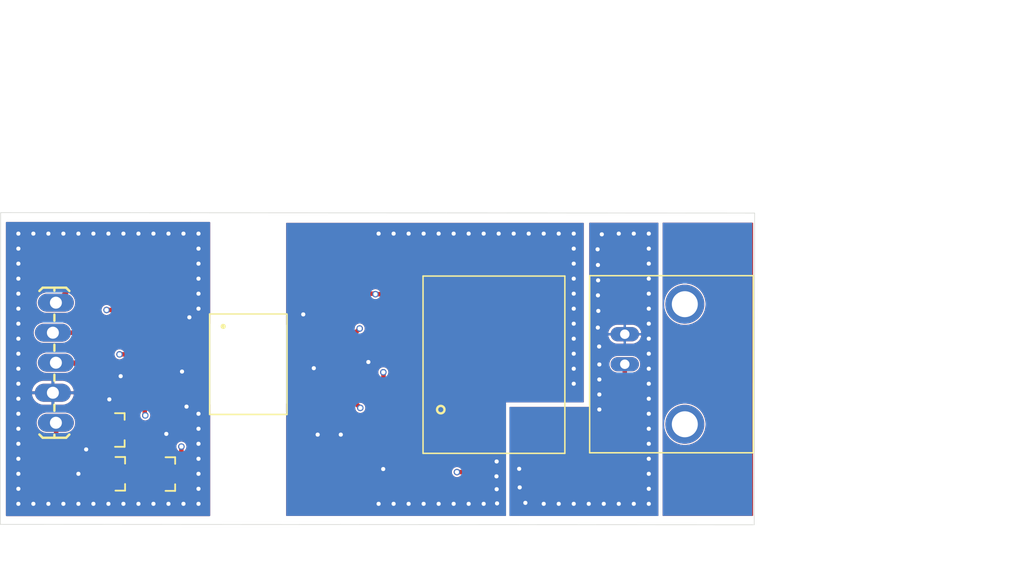
<source format=kicad_pcb>
(kicad_pcb (version 20240108) (generator "pcbnew") (generator_version "8.0")
  (layers (0 "F.Cu" signal) (1 "In1.Cu" signal) (2 "In2.Cu" signal) (31 "B.Cu" signal) (34 "B.Paste" user) (35 "F.Paste" user) (36 "B.SilkS" user "B.Silkscreen") (37 "F.SilkS" user "F.Silkscreen") (38 "B.Mask" user) (39 "F.Mask" user) (44 "Edge.Cuts" user))
  (net 0 "")
  (net 1 "EN")
  (net 2 "VCC")
  (net 3 "SCL2")
  (net 4 "SDA2")
  (net 5 "N$2")
  (net 6 "AVCC")
  (net 7 "GND-ISO")
  (net 8 "3V3-ISO")
  (net 9 "SCL1")
  (net 10 "SDA1")
  (net 11 "PRB")
  (net 12 "GND")
  (net 13 "N$1")
  (net 14 "PRBGND")
  (footprint "ADM3260_Breakout:SOT23" (layer "F.Cu") (at 126.44849 110.189726 -90)
    (property "Reference" "Q2" (hide yes))
    (property "Value" "PMV16XN")
    (fp_line (start -1.4224 0.1524) (end -1.4224 -0.6604) (stroke (width 0.1524)) (layer "F.SilkS"))
    (fp_line (start -1.4224 -0.6604) (end -0.8636 -0.6604) (stroke (width 0.1524)) (layer "F.SilkS"))
    (fp_line (start 0.8636 -0.6604) (end 1.4224 -0.6604) (stroke (width 0.1524)) (layer "F.SilkS"))
    (fp_line (start 1.4224 -0.6604) (end 1.4224 0.1524) (stroke (width 0.1524)) (layer "F.SilkS"))
    (pad "1" smd rect (at -0.95 1.1 270) (size 1 1.4) (layers "F.Cu" "F.Paste" "F.Mask") (net 1 "EN"))
    (pad "2" smd rect (at 0.95 1.1 270) (size 1 1.4) (layers "F.Cu" "F.Paste" "F.Mask") (net 12 "GND"))
    (pad "3" smd rect (at 0 -1.1 270) (size 1 1.4) (layers "F.Cu" "F.Paste" "F.Mask") (net 5 "N$2"))
  )
  (footprint "ADM3260_Breakout:0603" (layer "F.Cu") (at 128.879118 101.142464 90)
    (property "Reference" "R2" (hide yes))
    (property "Value" "4.7k")
    (pad "1" smd rect (at -0.85 0 90) (size 1.1 1) (layers "F.Cu" "F.Paste" "F.Mask") (net 4 "SDA2"))
    (pad "2" smd rect (at 0.85 0 90) (size 1.1 1) (layers "F.Cu" "F.Paste" "F.Mask") (net 6 "AVCC"))
  )
  (footprint "ADM3260_Breakout:0603" (layer "F.Cu") (at 146.058722 98.65566)
    (property "Reference" "R4" (hide yes))
    (property "Value" "4.7k")
    (pad "1" smd rect (at -0.85 0) (size 1.1 1) (layers "F.Cu" "F.Paste" "F.Mask") (net 9 "SCL1"))
    (pad "2" smd rect (at 0.85 0) (size 1.1 1) (layers "F.Cu" "F.Paste" "F.Mask") (net 8 "3V3-ISO"))
  )
  (footprint "ADM3260_Breakout:0805" (layer "F.Cu") (at 145.404909 108.486251 -90)
    (property "Reference" "C6" (hide yes))
    (property "Value" "10uF")
    (pad "1" smd rect (at -0.9 0 270) (size 0.8 1.2) (layers "F.Cu" "F.Paste" "F.Mask") (net 8 "3V3-ISO"))
    (pad "2" smd rect (at 0.9 0 270) (size 0.8 1.2) (layers "F.Cu" "F.Paste" "F.Mask") (net 7 "GND-ISO"))
  )
  (footprint "ADM3260_Breakout:0805" (layer "F.Cu") (at 127.913965 107.655039 180)
    (property "Reference" "C1" (hide yes))
    (property "Value" "10uF")
    (pad "1" smd rect (at -0.9 0 180) (size 0.8 1.2) (layers "F.Cu" "F.Paste" "F.Mask") (net 6 "AVCC"))
    (pad "2" smd rect (at 0.9 0 180) (size 0.8 1.2) (layers "F.Cu" "F.Paste" "F.Mask") (net 12 "GND"))
  )
  (footprint "ADM3260_Breakout:0603" (layer "F.Cu") (at 145.435925 104.82726)
    (property "Reference" "C7" (hide yes))
    (property "Value" "0.1uF")
    (pad "1" smd rect (at -0.85 0) (size 1.1 1) (layers "F.Cu" "F.Paste" "F.Mask") (net 8 "3V3-ISO"))
    (pad "2" smd rect (at 0.85 0) (size 1.1 1) (layers "F.Cu" "F.Paste" "F.Mask") (net 7 "GND-ISO"))
  )
  (footprint "ADM3260_Breakout:0603" (layer "F.Cu") (at 149.728693 99.609529 90)
    (property "Reference" "R3" (hide yes))
    (property "Value" "4.7k")
    (pad "1" smd rect (at -0.85 0 90) (size 1.1 1) (layers "F.Cu" "F.Paste" "F.Mask") (net 10 "SDA1"))
    (pad "2" smd rect (at 0.85 0 90) (size 1.1 1) (layers "F.Cu" "F.Paste" "F.Mask") (net 8 "3V3-ISO"))
  )
  (footprint "ADM3260_Breakout:1X05_LOCK_LONGPADS" (layer "F.Cu") (at 121.293722 99.41766 -90)
    (property "Reference" "J1" (hide yes))
    (property "Value" "")
    (fp_line (start -1.27 1.1176) (end -0.9906 1.397) (stroke (width 0.2032)) (layer "F.SilkS"))
    (fp_line (start 11.43 1.1176) (end 11.1506 1.397) (stroke (width 0.2032)) (layer "F.SilkS"))
    (fp_line (start -1.27 0.127) (end -1.27 1.1176) (stroke (width 0.2032)) (layer "F.SilkS"))
    (fp_line (start -1.27 0.127) (end -1.016 0.127) (stroke (width 0.2032)) (layer "F.SilkS"))
    (fp_line (start -1.27 0.127) (end -1.27 -0.8636) (stroke (width 0.2032)) (layer "F.SilkS"))
    (fp_line (start 1.524 0.127) (end 1.016 0.127) (stroke (width 0.2032)) (layer "F.SilkS"))
    (fp_line (start 4.064 0.127) (end 3.556 0.127) (stroke (width 0.2032)) (layer "F.SilkS"))
    (fp_line (start 6.604 0.127) (end 6.096 0.127) (stroke (width 0.2032)) (layer "F.SilkS"))
    (fp_line (start 9.144 0.127) (end 8.636 0.127) (stroke (width 0.2032)) (layer "F.SilkS"))
    (fp_line (start 11.43 0.127) (end 11.43 1.1176) (stroke (width 0.2032)) (layer "F.SilkS"))
    (fp_line (start 11.43 0.127) (end 11.176 0.127) (stroke (width 0.2032)) (layer "F.SilkS"))
    (fp_line (start 11.43 0.127) (end 11.43 -0.8636) (stroke (width 0.2032)) (layer "F.SilkS"))
    (fp_line (start -1.27 -0.8636) (end -0.9906 -1.143) (stroke (width 0.2032)) (layer "F.SilkS"))
    (fp_line (start 11.43 -0.8636) (end 11.1506 -1.143) (stroke (width 0.2032)) (layer "F.SilkS"))
    (pad "1" thru_hole oval (at 0 0) (size 3.048 1.524) (drill 1.016) (layers "*.Cu" "*.Mask") (net 3 "SCL2"))
    (pad "2" thru_hole oval (at 2.54 0.254) (size 3.048 1.524) (drill 1.016) (layers "*.Cu" "*.Mask") (net 4 "SDA2"))
    (pad "3" thru_hole oval (at 5.08 0) (size 3.048 1.524) (drill 1.016) (layers "*.Cu" "*.Mask") (net 1 "EN"))
    (pad "4" thru_hole oval (at 7.62 0.254) (size 3.048 1.524) (drill 1.016) (layers "*.Cu" "*.Mask") (net 12 "GND"))
    (pad "5" thru_hole oval (at 10.16 0) (size 3.048 1.524) (drill 1.016) (layers "*.Cu" "*.Mask") (net 2 "VCC"))
  )
  (footprint "ADM3260_Breakout:0603" (layer "F.Cu") (at 130.559125 104.872957 -90)
    (property "Reference" "C4" (hide yes))
    (property "Value" "0.1uF")
    (pad "1" smd rect (at -0.85 0 270) (size 1.1 1) (layers "F.Cu" "F.Paste" "F.Mask") (net 6 "AVCC"))
    (pad "2" smd rect (at 0.85 0 270) (size 1.1 1) (layers "F.Cu" "F.Paste" "F.Mask") (net 12 "GND"))
  )
  (footprint "ADM3260_Breakout:0603" (layer "F.Cu") (at 130.64945 108.456764 -90)
    (property "Reference" "C2" (hide yes))
    (property "Value" "0.1uF")
    (pad "1" smd rect (at -0.85 0 270) (size 1.1 1) (layers "F.Cu" "F.Paste" "F.Mask") (net 6 "AVCC"))
    (pad "2" smd rect (at 0.85 0 270) (size 1.1 1) (layers "F.Cu" "F.Paste" "F.Mask") (net 12 "GND"))
  )
  (footprint "ADM3260_Breakout:0805" (layer "F.Cu") (at 147.291334 103.003657)
    (property "Reference" "C8" (hide yes))
    (property "Value" "10uF")
    (pad "1" smd rect (at -0.9 0) (size 0.8 1.2) (layers "F.Cu" "F.Paste" "F.Mask") (net 8 "3V3-ISO"))
    (pad "2" smd rect (at 0.9 0) (size 0.8 1.2) (layers "F.Cu" "F.Paste" "F.Mask") (net 7 "GND-ISO"))
  )
  (footprint "ADM3260_Breakout:0603" (layer "F.Cu") (at 149.010303 107.370298 90)
    (property "Reference" "R5" (hide yes))
    (property "Value" "16.2k")
    (pad "1" smd rect (at -0.85 0 90) (size 1.1 1) (layers "F.Cu" "F.Paste" "F.Mask") (net 13 "N$1"))
    (pad "2" smd rect (at 0.85 0 90) (size 1.1 1) (layers "F.Cu" "F.Paste" "F.Mask") (net 8 "3V3-ISO"))
  )
  (footprint "ADM3260_Breakout:PHSENSOR" (layer "F.Cu") (at 158.357537 104.665079 90)
    (property "Reference" "U2" (hide yes))
    (property "Value" "Atlas Scientific OEM pH or ORP")
    (fp_line (start 7.5 -6) (end -7.5 -6) (stroke (width 0.127)) (layer "F.SilkS"))
    (fp_line (start -7.5 -6) (end -7.5 6) (stroke (width 0.127)) (layer "F.SilkS"))
    (fp_line (start 7.5 6) (end 7.5 -6) (stroke (width 0.127)) (layer "F.SilkS"))
    (fp_line (start -7.5 6) (end 7.5 6) (stroke (width 0.127)) (layer "F.SilkS"))
    (fp_circle (center -3.8 -4.5) (end -3.483775 -4.5) (stroke (width 0.2)) (fill none) (layer "F.SilkS"))
    (pad "P$1" smd rect (at -6 -4.6 90) (size 2.5 1.4) (layers "F.Cu" "F.Paste" "F.Mask") (net 10 "SDA1"))
    (pad "P$2" smd rect (at -6 -2.3 90) (size 2.5 1.4) (layers "F.Cu" "F.Paste" "F.Mask"))
    (pad "P$3" smd rect (at -6 0 90) (size 2.5 1.4) (layers "F.Cu" "F.Paste" "F.Mask") (net 8 "3V3-ISO"))
    (pad "P$4" smd rect (at -6 2.3 90) (size 2.5 1.4) (layers "F.Cu" "F.Paste" "F.Mask") (net 11 "PRB"))
    (pad "P$5" smd rect (at -6 4.6 90) (size 2.5 1.4) (layers "F.Cu" "F.Paste" "F.Mask") (net 14 "PRBGND"))
    (pad "P$6" smd rect (at 6 4.6 90) (size 2.5 1.4) (layers "F.Cu" "F.Paste" "F.Mask") (net 7 "GND-ISO"))
    (pad "P$7" smd rect (at 6 2.3 90) (size 2.5 1.4) (layers "F.Cu" "F.Paste" "F.Mask"))
    (pad "P$8" smd rect (at 6 0 90) (size 2.5 1.4) (layers "F.Cu" "F.Paste" "F.Mask") (net 9 "SCL1"))
    (pad "P$9" smd rect (at 6 -2.3 90) (size 2.5 1.4) (layers "F.Cu" "F.Paste" "F.Mask"))
    (pad "P$10" smd rect (at 6 -4.6 90) (size 2.5 1.4) (layers "F.Cu" "F.Paste" "F.Mask"))
  )
  (footprint "ADM3260_Breakout:SOT23" (layer "F.Cu") (at 126.48765 113.896526 -90)
    (property "Reference" "Q1" (hide yes))
    (property "Value" "PMV32UP")
    (fp_line (start -1.4224 0.1524) (end -1.4224 -0.6604) (stroke (width 0.1524)) (layer "F.SilkS"))
    (fp_line (start -1.4224 -0.6604) (end -0.8636 -0.6604) (stroke (width 0.1524)) (layer "F.SilkS"))
    (fp_line (start 0.8636 -0.6604) (end 1.4224 -0.6604) (stroke (width 0.1524)) (layer "F.SilkS"))
    (fp_line (start 1.4224 -0.6604) (end 1.4224 0.1524) (stroke (width 0.1524)) (layer "F.SilkS"))
    (pad "1" smd rect (at -0.95 1.1 270) (size 1 1.4) (layers "F.Cu" "F.Paste" "F.Mask") (net 1 "EN"))
    (pad "2" smd rect (at 0.95 1.1 270) (size 1 1.4) (layers "F.Cu" "F.Paste" "F.Mask") (net 2 "VCC"))
    (pad "3" smd rect (at 0 -1.1 270) (size 1 1.4) (layers "F.Cu" "F.Paste" "F.Mask") (net 5 "N$2"))
  )
  (footprint "ADM3260_Breakout:ADM3260" (layer "F.Cu") (at 137.549722 104.62466 -90)
    (property "Reference" "U1" (hide yes))
    (property "Value" "ADM3260")
    (fp_line (start -4.25 3.25) (end -4.25 -3.25) (stroke (width 0.127)) (layer "F.SilkS"))
    (fp_line (start 4.25 3.25) (end -4.25 3.25) (stroke (width 0.127)) (layer "F.SilkS"))
    (fp_line (start 4.25 -3.25) (end 4.25 3.25) (stroke (width 0.127)) (layer "F.SilkS"))
    (fp_line (start -4.25 -3.3) (end 4.25 -3.3) (stroke (width 0.127)) (layer "F.SilkS"))
    (fp_line (start 4.25 -3.3) (end 4.25 -3.25) (stroke (width 0.127)) (layer "F.SilkS"))
    (fp_circle (center -3.2 2.1) (end -3.08 2.1) (stroke (width 0.2)) (fill none) (layer "F.SilkS"))
    (pad "P$1" smd rect (at -2.925 3.95) (size 1.3 0.4) (layers "F.Cu" "F.Paste" "F.Mask") (net 12 "GND"))
    (pad "P$2" smd rect (at -2.275 3.95) (size 1.3 0.4) (layers "F.Cu" "F.Paste" "F.Mask") (net 3 "SCL2"))
    (pad "P$3" smd rect (at -1.625 3.95) (size 1.3 0.4) (layers "F.Cu" "F.Paste" "F.Mask") (net 4 "SDA2"))
    (pad "P$4" smd rect (at -0.975 3.95) (size 1.3 0.4) (layers "F.Cu" "F.Paste" "F.Mask") (net 6 "AVCC"))
    (pad "P$5" smd rect (at -0.325 3.95) (size 1.3 0.4) (layers "F.Cu" "F.Paste" "F.Mask") (net 12 "GND"))
    (pad "P$6" smd rect (at 0.325 3.95) (size 1.3 0.4) (layers "F.Cu" "F.Paste" "F.Mask"))
    (pad "P$7" smd rect (at 0.975 3.95) (size 1.3 0.4) (layers "F.Cu" "F.Paste" "F.Mask") (net 12 "GND"))
    (pad "P$8" smd rect (at 1.625 3.95) (size 1.3 0.4) (layers "F.Cu" "F.Paste" "F.Mask") (net 12 "GND"))
    (pad "P$9" smd rect (at 2.275 3.95) (size 1.3 0.4) (layers "F.Cu" "F.Paste" "F.Mask") (net 6 "AVCC"))
    (pad "P$10" smd rect (at 2.925 3.95) (size 1.3 0.4) (layers "F.Cu" "F.Paste" "F.Mask") (net 12 "GND"))
    (pad "P$11" smd rect (at 2.925 -3.95) (size 1.3 0.4) (layers "F.Cu" "F.Paste" "F.Mask") (net 7 "GND-ISO"))
    (pad "P$12" smd rect (at 2.275 -3.95) (size 1.3 0.4) (layers "F.Cu" "F.Paste" "F.Mask") (net 8 "3V3-ISO"))
    (pad "P$13" smd rect (at 1.625 -3.95) (size 1.3 0.4) (layers "F.Cu" "F.Paste" "F.Mask") (net 13 "N$1"))
    (pad "P$14" smd rect (at 0.975 -3.95) (size 1.3 0.4) (layers "F.Cu" "F.Paste" "F.Mask") (net 7 "GND-ISO"))
    (pad "P$15" smd rect (at 0.325 -3.95) (size 1.3 0.4) (layers "F.Cu" "F.Paste" "F.Mask"))
    (pad "P$16" smd rect (at -0.325 -3.95) (size 1.3 0.4) (layers "F.Cu" "F.Paste" "F.Mask") (net 7 "GND-ISO"))
    (pad "P$17" smd rect (at -0.975 -3.95) (size 1.3 0.4) (layers "F.Cu" "F.Paste" "F.Mask") (net 8 "3V3-ISO"))
    (pad "P$18" smd rect (at -1.625 -3.95) (size 1.3 0.4) (layers "F.Cu" "F.Paste" "F.Mask") (net 10 "SDA1"))
    (pad "P$19" smd rect (at -2.275 -3.95) (size 1.3 0.4) (layers "F.Cu" "F.Paste" "F.Mask") (net 9 "SCL1"))
    (pad "P$20" smd rect (at -2.925 -3.95) (size 1.3 0.4) (layers "F.Cu" "F.Paste" "F.Mask") (net 7 "GND-ISO"))
  )
  (footprint "ADM3260_Breakout:0603" (layer "F.Cu") (at 143.444172 108.361223 -90)
    (property "Reference" "C5" (hide yes))
    (property "Value" "0.1uF")
    (pad "1" smd rect (at -0.85 0 270) (size 1.1 1) (layers "F.Cu" "F.Paste" "F.Mask") (net 8 "3V3-ISO"))
    (pad "2" smd rect (at 0.85 0 270) (size 1.1 1) (layers "F.Cu" "F.Paste" "F.Mask") (net 7 "GND-ISO"))
  )
  (footprint "ADM3260_Breakout:BNC" (layer "F.Cu") (at 169.426722 104.62466 -90)
    (property "Reference" "J2" (hide yes))
    (property "Value" "BNCPTH")
    (fp_line (start -7.493 2.9718) (end 7.493 2.9718) (stroke (width 0.127)) (layer "F.SilkS"))
    (fp_line (start 7.493 2.9718) (end 7.493 -10.8712) (stroke (width 0.127)) (layer "F.SilkS"))
    (fp_line (start -7.493 -10.8712) (end -7.493 2.9718) (stroke (width 0.127)) (layer "F.SilkS"))
    (fp_line (start 7.493 -10.8712) (end -7.493 -10.8712) (stroke (width 0.127)) (layer "F.SilkS"))
    (pad "3" thru_hole circle (at -5.08 -5.08 270) (size 3.3 3.3) (drill 2.2) (layers "*.Cu" "*.Mask"))
    (pad "4" thru_hole circle (at 5.08 -5.08 270) (size 3.3 3.3) (drill 2.2) (layers "*.Cu" "*.Mask"))
    (pad "GND" thru_hole oval (at -2.54 0) (size 2.4 1.2) (drill 0.8) (layers "*.Cu" "*.Mask") (net 14 "PRBGND"))
    (pad "S" thru_hole oval (at 0 0) (size 2.4 1.2) (drill 0.8) (layers "*.Cu" "*.Mask") (net 11 "PRB"))
  )
  (footprint "ADM3260_Breakout:SOT23" (layer "F.Cu") (at 130.724325 113.917464 -90)
    (property "Reference" "Q3" (hide yes))
    (property "Value" "PMV32UP")
    (fp_line (start -1.4224 0.1524) (end -1.4224 -0.6604) (stroke (width 0.1524)) (layer "F.SilkS"))
    (fp_line (start -1.4224 -0.6604) (end -0.8636 -0.6604) (stroke (width 0.1524)) (layer "F.SilkS"))
    (fp_line (start 0.8636 -0.6604) (end 1.4224 -0.6604) (stroke (width 0.1524)) (layer "F.SilkS"))
    (fp_line (start 1.4224 -0.6604) (end 1.4224 0.1524) (stroke (width 0.1524)) (layer "F.SilkS"))
    (pad "1" smd rect (at -0.95 1.1 270) (size 1 1.4) (layers "F.Cu" "F.Paste" "F.Mask") (net 5 "N$2"))
    (pad "2" smd rect (at 0.95 1.1 270) (size 1 1.4) (layers "F.Cu" "F.Paste" "F.Mask") (net 2 "VCC"))
    (pad "3" smd rect (at 0 -1.1 270) (size 1 1.4) (layers "F.Cu" "F.Paste" "F.Mask") (net 6 "AVCC"))
  )
  (footprint "ADM3260_Breakout:0603" (layer "F.Cu") (at 127.1278 99.11736 -90)
    (property "Reference" "R1" (hide yes))
    (property "Value" "4.7k")
    (pad "1" smd rect (at -0.85 0 270) (size 1.1 1) (layers "F.Cu" "F.Paste" "F.Mask") (net 3 "SCL2"))
    (pad "2" smd rect (at 0.85 0 270) (size 1.1 1) (layers "F.Cu" "F.Paste" "F.Mask") (net 6 "AVCC"))
  )
  (footprint "ADM3260_Breakout:0603" (layer "F.Cu") (at 148.9962 111.340617 90)
    (property "Reference" "R6" (hide yes))
    (property "Value" "10k")
    (pad "1" smd rect (at -0.85 0 90) (size 1.1 1) (layers "F.Cu" "F.Paste" "F.Mask") (net 7 "GND-ISO"))
    (pad "2" smd rect (at 0.85 0 90) (size 1.1 1) (layers "F.Cu" "F.Paste" "F.Mask") (net 13 "N$1"))
  )
  (footprint "ADM3260_Breakout:0805" (layer "F.Cu") (at 128.552934 104.834173 -90)
    (property "Reference" "C3" (hide yes))
    (property "Value" "10uF")
    (pad "1" smd rect (at -0.9 0 270) (size 0.8 1.2) (layers "F.Cu" "F.Paste" "F.Mask") (net 6 "AVCC"))
    (pad "2" smd rect (at 0.9 0 270) (size 0.8 1.2) (layers "F.Cu" "F.Paste" "F.Mask") (net 12 "GND"))
  )
  (gr_line (start 180.412259 91.834551) (end 116.623256 91.798795) (stroke (width 0.05)) (layer "Edge.Cuts"))
  (gr_line (start 180.378943 118.208404) (end 180.412259 91.834551) (stroke (width 0.05)) (layer "Edge.Cuts"))
  (gr_line (start 116.58994 118.172648) (end 180.378943 118.208404) (stroke (width 0.05)) (layer "Edge.Cuts"))
  (gr_line (start 116.623256 91.798795) (end 116.58994 118.172648) (stroke (width 0.05)) (layer "Edge.Cuts"))
  (segment (start 123.596387 110.669539) (end 122.670115 111.59581) (width 0.381) (layer "F.Cu") (net 1))
  (segment (start 125.34849 109.239726) (end 124.842184 109.239726) (width 0.381) (layer "F.Cu") (net 1))
  (segment (start 122.670115 112.953864) (end 122.691656 112.975404) (width 0.381) (layer "F.Cu") (net 1))
  (segment (start 122.691656 112.975404) (end 125.358772 112.975404) (width 0.381) (layer "F.Cu") (net 1))
  (segment (start 125.358772 112.975404) (end 125.38765 112.946526) (width 0.381) (layer "F.Cu") (net 1))
  (segment (start 123.770659 108.168201) (end 124.842184 109.239726) (width 0.381) (layer "F.Cu") (net 1))
  (segment (start 125.34849 109.239726) (end 124.378875 109.239726) (width 0.381) (layer "F.Cu") (net 1))
  (segment (start 124.378875 109.239726) (end 123.596387 110.022214) (width 0.381) (layer "F.Cu") (net 1))
  (segment (start 122.83604 104.49766) (end 123.770659 105.432279) (width 0.381) (layer "F.Cu") (net 1))
  (segment (start 121.293722 104.49766) (end 122.83604 104.49766) (width 0.381) (layer "F.Cu") (net 1))
  (segment (start 122.670115 111.59581) (end 122.670115 112.953864) (width 0.381) (layer "F.Cu") (net 1))
  (segment (start 123.596387 110.022214) (end 123.596387 110.669539) (width 0.381) (layer "F.Cu") (net 1))
  (segment (start 123.770659 105.432279) (end 123.770659 108.168201) (width 0.381) (layer "F.Cu") (net 1))
  (segment (start 129.624325 114.867464) (end 129.603403 114.846532) (width 0.1524) (layer "F.Cu") (net 2))
  (segment (start 121.315584 114.232564) (end 121.315584 109.599523) (width 0.381) (layer "F.Cu") (net 2))
  (segment (start 125.38765 114.846526) (end 121.929547 114.846526) (width 0.381) (layer "F.Cu") (net 2))
  (segment (start 121.929547 114.846526) (end 121.315584 114.232564) (width 0.381) (layer "F.Cu") (net 2))
  (segment (start 129.603403 114.846532) (end 125.38765 114.846526) (width 0.381) (layer "F.Cu") (net 2))
  (segment (start 121.315584 109.599523) (end 121.293722 109.57766) (width 0.381) (layer "F.Cu") (net 2))
  (segment (start 122.444022 98.26736) (end 127.1278 98.26736) (width 0.381) (layer "F.Cu") (net 3))
  (segment (start 133.599722 102.34966) (end 131.972722 102.34966) (width 0.381) (layer "F.Cu") (net 3))
  (segment (start 130.740225 101.117164) (end 130.740225 98.24702) (width 0.381) (layer "F.Cu") (net 3))
  (segment (start 127.14814 98.24702) (end 127.1278 98.26736) (width 0.381) (layer "F.Cu") (net 3))
  (segment (start 130.740225 98.24702) (end 127.14814 98.24702) (width 0.381) (layer "F.Cu") (net 3))
  (segment (start 121.293722 99.41766) (end 122.444022 98.26736) (width 0.381) (layer "F.Cu") (net 3))
  (segment (start 131.972722 102.34966) (end 130.740225 101.117164) (width 0.381) (layer "F.Cu") (net 3))
  (segment (start 128.879118 101.992464) (end 130.162303 101.992464) (width 0.381) (layer "F.Cu") (net 4))
  (segment (start 128.844315 101.95766) (end 128.879118 101.992464) (width 0.381) (layer "F.Cu") (net 4))
  (segment (start 121.039722 101.95766) (end 128.844315 101.95766) (width 0.381) (layer "F.Cu") (net 4))
  (segment (start 133.594125 102.994064) (end 133.599722 102.99966) (width 0.381) (layer "F.Cu") (net 4))
  (segment (start 130.162303 101.992464) (end 131.163903 102.994064) (width 0.381) (layer "F.Cu") (net 4))
  (segment (start 131.163903 102.994064) (end 133.594125 102.994064) (width 0.381) (layer "F.Cu") (net 4))
  (segment (start 127.54849 112.967464) (end 127.54849 110.189726) (width 0.1524) (layer "F.Cu") (net 5))
  (segment (start 127.58765 110.228885) (end 127.58765 113.896526) (width 0.381) (layer "F.Cu") (net 5))
  (segment (start 129.624325 112.967464) (end 127.54849 112.967464) (width 0.381) (layer "F.Cu") (net 5))
  (segment (start 127.54849 110.189726) (end 127.58765 110.228885) (width 0.1524) (layer "F.Cu") (net 5))
  (segment (start 127.452903 100.292464) (end 127.1278 99.96736) (width 0.381) (layer "F.Cu") (net 6))
  (segment (start 131.911297 111.59581) (end 131.911297 113.830492) (width 0.381) (layer "F.Cu") (net 6))
  (segment (start 128.879118 100.292464) (end 127.452903 100.292464) (width 0.381) (layer "F.Cu") (net 6))
  (segment (start 130.932422 103.64966) (end 130.559125 104.022957) (width 0.381) (layer "F.Cu") (net 6))
  (segment (start 131.911297 113.830492) (end 131.824325 113.917464) (width 0.381) (layer "F.Cu") (net 6))
  (segment (start 126.678365 103.789048) (end 128.407809 103.789048) (width 0.381) (layer "F.Cu") (net 6))
  (segment (start 130.559125 104.022957) (end 128.641718 104.022957) (width 0.381) (layer "F.Cu") (net 6))
  (segment (start 133.599722 106.89966) (end 131.356553 106.89966) (width 0.381) (layer "F.Cu") (net 6))
  (segment (start 128.813965 108.910745) (end 128.813965 107.655039) (width 0.381) (layer "F.Cu") (net 6))
  (segment (start 128.85534 108.95212) (end 128.813965 108.910745) (width 0.381) (layer "F.Cu") (net 6))
  (segment (start 128.86224 107.606764) (end 128.813965 107.655039) (width 0.381) (layer "F.Cu") (net 6))
  (segment (start 127.0612 100.03396) (end 127.1278 99.96736) (width 0.381) (layer "F.Cu") (net 6))
  (segment (start 128.641718 104.022957) (end 128.552934 103.934173) (width 0.381) (layer "F.Cu") (net 6))
  (segment (start 125.58159 100.03396) (end 127.0612 100.03396) (width 0.381) (layer "F.Cu") (net 6))
  (segment (start 133.599722 103.64966) (end 130.932422 103.64966) (width 0.381) (layer "F.Cu") (net 6))
  (segment (start 131.356553 106.89966) (end 130.64945 107.606764) (width 0.381) (layer "F.Cu") (net 6))
  (segment (start 128.407809 103.789048) (end 128.552934 103.934173) (width 0.381) (layer "F.Cu") (net 6))
  (segment (start 130.64945 107.606764) (end 128.86224 107.606764) (width 0.381) (layer "F.Cu") (net 6))
  (via (at 128.85534 108.95212) (size 0.55) (drill 0.35) (layers "F.Cu" "B.Cu") (net 6))
  (via (at 126.678365 103.789048) (size 0.55) (drill 0.35) (layers "F.Cu" "B.Cu") (net 6))
  (via (at 125.58159 100.03396) (size 0.55) (drill 0.35) (layers "F.Cu" "B.Cu") (net 6))
  (via (at 131.911297 111.59581) (size 0.55) (drill 0.35) (layers "F.Cu" "B.Cu") (net 6))
  (via (at 148.598722 93.57566) (size 0.55) (drill 0.35) (layers "F.Cu" "B.Cu") (net 7))
  (via (at 157.488722 93.57566) (size 0.55) (drill 0.35) (layers "F.Cu" "B.Cu") (net 7))
  (via (at 158.588112 115.199885) (size 0.55) (drill 0.35) (layers "F.Cu" "B.Cu") (net 7))
  (via (at 165.108722 101.19566) (size 0.55) (drill 0.35) (layers "F.Cu" "B.Cu") (net 7))
  (via (at 165.108722 99.92566) (size 0.55) (drill 0.35) (layers "F.Cu" "B.Cu") (net 7))
  (via (at 148.598722 116.43566) (size 0.55) (drill 0.35) (layers "F.Cu" "B.Cu") (net 7))
  (via (at 156.218722 116.43566) (size 0.55) (drill 0.35) (layers "F.Cu" "B.Cu") (net 7))
  (via (at 165.108722 98.65566) (size 0.55) (drill 0.35) (layers "F.Cu" "B.Cu") (net 7))
  (via (at 158.570803 114.108807) (size 0.55) (drill 0.35) (layers "F.Cu" "B.Cu") (net 7))
  (via (at 165.108722 96.11566) (size 0.55) (drill 0.35) (layers "F.Cu" "B.Cu") (net 7))
  (via (at 154.948722 116.43566) (size 0.55) (drill 0.35) (layers "F.Cu" "B.Cu") (net 7))
  (via (at 165.108722 106.27566) (size 0.55) (drill 0.35) (layers "F.Cu" "B.Cu") (net 7))
  (via (at 154.948722 93.57566) (size 0.55) (drill 0.35) (layers "F.Cu" "B.Cu") (net 7))
  (via (at 145.399175 110.580798) (size 0.55) (drill 0.35) (layers "F.Cu" "B.Cu") (net 7))
  (via (at 151.138722 116.43566) (size 0.55) (drill 0.35) (layers "F.Cu" "B.Cu") (net 7))
  (via (at 165.108722 93.57566) (size 0.55) (drill 0.35) (layers "F.Cu" "B.Cu") (net 7))
  (via (at 149.868722 93.57566) (size 0.55) (drill 0.35) (layers "F.Cu" "B.Cu") (net 7))
  (via (at 165.108722 105.00566) (size 0.55) (drill 0.35) (layers "F.Cu" "B.Cu") (net 7))
  (via (at 160.028722 93.57566) (size 0.55) (drill 0.35) (layers "F.Cu" "B.Cu") (net 7))
  (via (at 165.108722 94.84566) (size 0.55) (drill 0.35) (layers "F.Cu" "B.Cu") (net 7))
  (via (at 158.619715 116.398373) (size 0.55) (drill 0.35) (layers "F.Cu" "B.Cu") (net 7))
  (via (at 148.98769 113.493314) (size 0.55) (drill 0.35) (layers "F.Cu" "B.Cu") (net 7))
  (via (at 157.488722 116.43566) (size 0.55) (drill 0.35) (layers "F.Cu" "B.Cu") (net 7))
  (via (at 158.758722 93.57566) (size 0.55) (drill 0.35) (layers "F.Cu" "B.Cu") (net 7))
  (via (at 149.868722 116.43566) (size 0.55) (drill 0.35) (layers "F.Cu" "B.Cu") (net 7))
  (via (at 147.731618 104.437948) (size 0.55) (drill 0.35) (layers "F.Cu" "B.Cu") (net 7))
  (via (at 152.408722 116.43566) (size 0.55) (drill 0.35) (layers "F.Cu" "B.Cu") (net 7))
  (via (at 162.568722 93.57566) (size 0.55) (drill 0.35) (layers "F.Cu" "B.Cu") (net 7))
  (via (at 143.443156 110.580798) (size 0.55) (drill 0.35) (layers "F.Cu" "B.Cu") (net 7))
  (via (at 152.408722 93.57566) (size 0.55) (drill 0.35) (layers "F.Cu" "B.Cu") (net 7))
  (via (at 165.108722 97.38566) (size 0.55) (drill 0.35) (layers "F.Cu" "B.Cu") (net 7))
  (via (at 156.218722 93.57566) (size 0.55) (drill 0.35) (layers "F.Cu" "B.Cu") (net 7))
  (via (at 142.223384 100.408014) (size 0.55) (drill 0.35) (layers "F.Cu" "B.Cu") (net 7))
  (via (at 153.678722 116.43566) (size 0.55) (drill 0.35) (layers "F.Cu" "B.Cu") (net 7))
  (via (at 165.108722 103.73566) (size 0.55) (drill 0.35) (layers "F.Cu" "B.Cu") (net 7))
  (via (at 163.838722 93.57566) (size 0.55) (drill 0.35) (layers "F.Cu" "B.Cu") (net 7))
  (via (at 153.678722 93.57566) (size 0.55) (drill 0.35) (layers "F.Cu" "B.Cu") (net 7))
  (via (at 158.585968 112.851495) (size 0.55) (drill 0.35) (layers "F.Cu" "B.Cu") (net 7))
  (via (at 143.115228 104.960317) (size 0.55) (drill 0.35) (layers "F.Cu" "B.Cu") (net 7))
  (via (at 165.108722 102.46566) (size 0.55) (drill 0.35) (layers "F.Cu" "B.Cu") (net 7))
  (via (at 161.298722 93.57566) (size 0.55) (drill 0.35) (layers "F.Cu" "B.Cu") (net 7))
  (via (at 151.138722 93.57566) (size 0.55) (drill 0.35) (layers "F.Cu" "B.Cu") (net 7))
  (segment (start 143.408325 103.64966) (end 144.585925 104.82726) (width 0.381) (layer "F.Cu") (net 8))
  (segment (start 146.3147 107.586251) (end 147.0483 108.319851) (width 0.381) (layer "F.Cu") (net 8))
  (segment (start 155.22665 113.750251) (end 155.962947 113.750251) (width 0.381) (layer "F.Cu") (net 8))
  (segment (start 141.499722 106.89966) (end 142.872722 106.89966) (width 0.381) (layer "F.Cu") (net 8))
  (segment (start 148.331662 98.695764) (end 149.664928 98.695764) (width 0.381) (layer "F.Cu") (net 8))
  (segment (start 144.585925 104.82726) (end 144.585925 103.938457) (width 0.381) (layer "F.Cu") (net 8))
  (segment (start 148.998459 105.303639) (end 149.010303 105.315482) (width 0.381) (layer "F.Cu") (net 8))
  (segment (start 142.872722 106.89966) (end 143.464228 107.491167) (width 0.381) (layer "F.Cu") (net 8))
  (segment (start 149.010303 105.315482) (end 149.010303 106.520298) (width 0.381) (layer "F.Cu") (net 8))
  (segment (start 143.464228 107.491167) (end 143.444172 107.511223) (width 0.381) (layer "F.Cu") (net 8))
  (segment (start 155.962947 113.750251) (end 158.357537 111.35566) (width 0.381) (layer "F.Cu") (net 8))
  (segment (start 145.329881 107.511223) (end 145.404909 107.586251) (width 0.381) (layer "F.Cu") (net 8))
  (segment (start 143.444172 107.511223) (end 145.329881 107.511223) (width 0.381) (layer "F.Cu") (net 8))
  (segment (start 146.391334 102.209542) (end 146.391334 103.003657) (width 0.381) (layer "F.Cu") (net 8))
  (segment (start 141.499722 103.64966) (end 143.408325 103.64966) (width 0.381) (layer "F.Cu") (net 8))
  (segment (start 145.520725 103.003657) (end 146.391334 103.003657) (width 0.381) (layer "F.Cu") (net 8))
  (segment (start 148.291559 98.65566) (end 148.331662 98.695764) (width 0.381) (layer "F.Cu") (net 8))
  (segment (start 146.908722 98.65566) (end 148.291559 98.65566) (width 0.381) (layer "F.Cu") (net 8))
  (segment (start 145.404909 107.586251) (end 146.3147 107.586251) (width 0.381) (layer "F.Cu") (net 8))
  (segment (start 146.996897 101.603979) (end 146.391334 102.209542) (width 0.381) (layer "F.Cu") (net 8))
  (segment (start 149.664928 98.695764) (end 149.728693 98.759529) (width 0.381) (layer "F.Cu") (net 8))
  (segment (start 144.585925 103.938457) (end 145.520725 103.003657) (width 0.381) (layer "F.Cu") (net 8))
  (segment (start 158.357537 111.35566) (end 158.357537 110.665079) (width 0.381) (layer "F.Cu") (net 8))
  (segment (start 143.508203 107.447192) (end 143.464228 107.491167) (width 0.381) (layer "F.Cu") (net 8))
  (via (at 148.998459 105.303639) (size 0.55) (drill 0.35) (layers "F.Cu" "B.Cu") (net 8))
  (via (at 146.996897 101.603979) (size 0.55) (drill 0.35) (layers "F.Cu" "B.Cu") (net 8))
  (via (at 155.22665 113.750251) (size 0.55) (drill 0.35) (layers "F.Cu" "B.Cu") (net 8))
  (via (at 148.331662 98.695764) (size 0.55) (drill 0.35) (layers "F.Cu" "B.Cu") (net 8))
  (via (at 147.0483 108.319851) (size 0.55) (drill 0.35) (layers "F.Cu" "B.Cu") (net 8))
  (segment (start 157.788122 95.87606) (end 146.718322 95.87606) (width 0.381) (layer "F.Cu") (net 9))
  (segment (start 145.208722 98.65566) (end 145.254093 98.701032) (width 0.1524) (layer "F.Cu") (net 9))
  (segment (start 158.357537 98.665079) (end 158.357537 96.445476) (width 0.381) (layer "F.Cu") (net 9))
  (segment (start 145.208722 97.38566) (end 145.208722 98.65566) (width 0.381) (layer "F.Cu") (net 9))
  (segment (start 145.254093 98.701032) (end 145.254093 99.602939) (width 0.381) (layer "F.Cu") (net 9))
  (segment (start 141.499722 102.34966) (end 142.507372 102.34966) (width 0.381) (layer "F.Cu") (net 9))
  (segment (start 158.357537 96.445476) (end 157.788122 95.87606) (width 0.381) (layer "F.Cu") (net 9))
  (segment (start 142.507372 102.34966) (end 145.254093 99.602939) (width 0.381) (layer "F.Cu") (net 9))
  (segment (start 146.718322 95.87606) (end 145.208722 97.38566) (width 0.381) (layer "F.Cu") (net 9))
  (segment (start 151.97694 113.421064) (end 151.578812 113.022935) (width 0.381) (layer "F.Cu") (net 10))
  (segment (start 149.986347 100.459529) (end 149.728693 100.459529) (width 0.381) (layer "F.Cu") (net 10))
  (segment (start 151.588181 102.061364) (end 149.986347 100.459529) (width 0.381) (layer "F.Cu") (net 10))
  (segment (start 153.757537 110.665079) (end 153.757537 112.436714) (width 0.381) (layer "F.Cu") (net 10))
  (segment (start 149.728693 100.459529) (end 149.647731 100.540492) (width 0.381) (layer "F.Cu") (net 10))
  (segment (start 149.647731 100.540492) (end 146.444575 100.540492) (width 0.381) (layer "F.Cu") (net 10))
  (segment (start 141.499722 102.99966) (end 143.985406 102.99966) (width 0.381) (layer "F.Cu") (net 10))
  (segment (start 153.757537 112.436714) (end 152.773187 113.421064) (width 0.381) (layer "F.Cu") (net 10))
  (segment (start 151.578812 102.070732) (end 151.588181 102.061364) (width 0.381) (layer "F.Cu") (net 10))
  (segment (start 151.578812 113.022935) (end 151.578812 102.070732) (width 0.381) (layer "F.Cu") (net 10))
  (segment (start 143.985406 102.99966) (end 146.444575 100.540492) (width 0.381) (layer "F.Cu") (net 10))
  (segment (start 152.773187 113.421064) (end 151.97694 113.421064) (width 0.381) (layer "F.Cu") (net 10))
  (segment (start 160.657537 111.793592) (end 160.657537 110.665079) (width 0.1524) (layer "F.Cu") (net 11))
  (segment (start 169.426722 104.62466) (end 169.426722 111.65466) (width 0.381) (layer "F.Cu") (net 11))
  (segment (start 169.426722 111.65466) (end 166.646722 114.43466) (width 0.381) (layer "F.Cu") (net 11))
  (segment (start 166.646722 114.43466) (end 163.298606 114.43466) (width 0.381) (layer "F.Cu") (net 11))
  (segment (start 163.298606 114.43466) (end 160.657537 111.793592) (width 0.381) (layer "F.Cu") (net 11))
  (via (at 125.814493 107.597792) (size 0.55) (drill 0.35) (layers "F.Cu" "B.Cu") (net 12))
  (via (at 127.008722 116.43566) (size 0.55) (drill 0.35) (layers "F.Cu" "B.Cu") (net 12))
  (via (at 132.088722 93.57566) (size 0.55) (drill 0.35) (layers "F.Cu" "B.Cu") (net 12))
  (via (at 119.388722 93.57566) (size 0.55) (drill 0.35) (layers "F.Cu" "B.Cu") (net 12))
  (via (at 127.008722 93.57566) (size 0.55) (drill 0.35) (layers "F.Cu" "B.Cu") (net 12))
  (via (at 133.358722 94.84566) (size 0.55) (drill 0.35) (layers "F.Cu" "B.Cu") (net 12))
  (via (at 120.658722 116.43566) (size 0.55) (drill 0.35) (layers "F.Cu" "B.Cu") (net 12))
  (via (at 119.388722 116.43566) (size 0.55) (drill 0.35) (layers "F.Cu" "B.Cu") (net 12))
  (via (at 125.738722 116.43566) (size 0.55) (drill 0.35) (layers "F.Cu" "B.Cu") (net 12))
  (via (at 118.118722 111.35566) (size 0.55) (drill 0.35) (layers "F.Cu" "B.Cu") (net 12))
  (via (at 118.118722 103.73566) (size 0.55) (drill 0.35) (layers "F.Cu" "B.Cu") (net 12))
  (via (at 118.118722 112.62566) (size 0.55) (drill 0.35) (layers "F.Cu" "B.Cu") (net 12))
  (via (at 133.358722 115.16566) (size 0.55) (drill 0.35) (layers "F.Cu" "B.Cu") (net 12))
  (via (at 121.928722 116.43566) (size 0.55) (drill 0.35) (layers "F.Cu" "B.Cu") (net 12))
  (via (at 118.118722 96.11566) (size 0.55) (drill 0.35) (layers "F.Cu" "B.Cu") (net 12))
  (via (at 132.088722 116.43566) (size 0.55) (drill 0.35) (layers "F.Cu" "B.Cu") (net 12))
  (via (at 132.587378 100.654885) (size 0.55) (drill 0.35) (layers "F.Cu" "B.Cu") (net 12))
  (via (at 128.278722 93.57566) (size 0.55) (drill 0.35) (layers "F.Cu" "B.Cu") (net 12))
  (via (at 118.118722 102.46566) (size 0.55) (drill 0.35) (layers "F.Cu" "B.Cu") (net 12))
  (via (at 118.118722 97.38566) (size 0.55) (drill 0.35) (layers "F.Cu" "B.Cu") (net 12))
  (via (at 118.118722 94.84566) (size 0.55) (drill 0.35) (layers "F.Cu" "B.Cu") (net 12))
  (via (at 126.774818 105.636385) (size 0.55) (drill 0.35) (layers "F.Cu" "B.Cu") (net 12))
  (via (at 118.118722 116.43566) (size 0.55) (drill 0.35) (layers "F.Cu" "B.Cu") (net 12))
  (via (at 120.658722 93.57566) (size 0.55) (drill 0.35) (layers "F.Cu" "B.Cu") (net 12))
  (via (at 124.468722 116.43566) (size 0.55) (drill 0.35) (layers "F.Cu" "B.Cu") (net 12))
  (via (at 133.358722 110.08566) (size 0.55) (drill 0.35) (layers "F.Cu" "B.Cu") (net 12))
  (via (at 118.118722 108.81566) (size 0.55) (drill 0.35) (layers "F.Cu" "B.Cu") (net 12))
  (via (at 133.358722 98.65566) (size 0.55) (drill 0.35) (layers "F.Cu" "B.Cu") (net 12))
  (via (at 118.118722 105.00566) (size 0.55) (drill 0.35) (layers "F.Cu" "B.Cu") (net 12))
  (via (at 133.358722 96.11566) (size 0.55) (drill 0.35) (layers "F.Cu" "B.Cu") (net 12))
  (via (at 133.358722 112.62566) (size 0.55) (drill 0.35) (layers "F.Cu" "B.Cu") (net 12))
  (via (at 118.118722 101.19566) (size 0.55) (drill 0.35) (layers "F.Cu" "B.Cu") (net 12))
  (via (at 118.118722 110.08566) (size 0.55) (drill 0.35) (layers "F.Cu" "B.Cu") (net 12))
  (via (at 133.358722 111.35566) (size 0.55) (drill 0.35) (layers "F.Cu" "B.Cu") (net 12))
  (via (at 130.636359 110.517751) (size 0.55) (drill 0.35) (layers "F.Cu" "B.Cu") (net 12))
  (via (at 133.358722 93.57566) (size 0.55) (drill 0.35) (layers "F.Cu" "B.Cu") (net 12))
  (via (at 130.818722 93.57566) (size 0.55) (drill 0.35) (layers "F.Cu" "B.Cu") (net 12))
  (via (at 129.548722 93.57566) (size 0.55) (drill 0.35) (layers "F.Cu" "B.Cu") (net 12))
  (via (at 131.96555 105.243848) (size 0.55) (drill 0.35) (layers "F.Cu" "B.Cu") (net 12))
  (via (at 132.346981 108.211335) (size 0.55) (drill 0.35) (layers "F.Cu" "B.Cu") (net 12))
  (via (at 133.358722 113.89566) (size 0.55) (drill 0.35) (layers "F.Cu" "B.Cu") (net 12))
  (via (at 121.928722 93.57566) (size 0.55) (drill 0.35) (layers "F.Cu" "B.Cu") (net 12))
  (via (at 123.198722 93.57566) (size 0.55) (drill 0.35) (layers "F.Cu" "B.Cu") (net 12))
  (via (at 133.358722 108.81566) (size 0.55) (drill 0.35) (layers "F.Cu" "B.Cu") (net 12))
  (via (at 118.118722 98.65566) (size 0.55) (drill 0.35) (layers "F.Cu" "B.Cu") (net 12))
  (via (at 124.468722 93.57566) (size 0.55) (drill 0.35) (layers "F.Cu" "B.Cu") (net 12))
  (via (at 133.358722 99.92566) (size 0.55) (drill 0.35) (layers "F.Cu" "B.Cu") (net 12))
  (via (at 118.118722 115.16566) (size 0.55) (drill 0.35) (layers "F.Cu" "B.Cu") (net 12))
  (via (at 129.548722 116.43566) (size 0.55) (drill 0.35) (layers "F.Cu" "B.Cu") (net 12))
  (via (at 123.198722 113.89566) (size 0.55) (drill 0.35) (layers "F.Cu" "B.Cu") (net 12))
  (via (at 123.854881 111.832929) (size 0.55) (drill 0.35) (layers "F.Cu" "B.Cu") (net 12))
  (via (at 130.818722 116.43566) (size 0.55) (drill 0.35) (layers "F.Cu" "B.Cu") (net 12))
  (via (at 118.118722 93.57566) (size 0.55) (drill 0.35) (layers "F.Cu" "B.Cu") (net 12))
  (via (at 133.358722 116.43566) (size 0.55) (drill 0.35) (layers "F.Cu" "B.Cu") (net 12))
  (via (at 125.738722 93.57566) (size 0.55) (drill 0.35) (layers "F.Cu" "B.Cu") (net 12))
  (via (at 128.278722 116.43566) (size 0.55) (drill 0.35) (layers "F.Cu" "B.Cu") (net 12))
  (via (at 118.118722 107.54566) (size 0.55) (drill 0.35) (layers "F.Cu" "B.Cu") (net 12))
  (via (at 118.118722 113.89566) (size 0.55) (drill 0.35) (layers "F.Cu" "B.Cu") (net 12))
  (via (at 118.118722 106.27566) (size 0.55) (drill 0.35) (layers "F.Cu" "B.Cu") (net 12))
  (via (at 123.198722 116.43566) (size 0.55) (drill 0.35) (layers "F.Cu" "B.Cu") (net 12))
  (via (at 133.358722 97.38566) (size 0.55) (drill 0.35) (layers "F.Cu" "B.Cu") (net 12))
  (via (at 118.118722 99.92566) (size 0.55) (drill 0.35) (layers "F.Cu" "B.Cu") (net 12))
  (segment (start 149.010303 108.220298) (end 149.010303 109.296904) (width 0.381) (layer "F.Cu") (net 13))
  (segment (start 149.010303 110.476514) (end 148.9962 110.490617) (width 0.381) (layer "F.Cu") (net 13))
  (segment (start 148.974231 109.332976) (end 149.010303 109.296904) (width 0.381) (layer "F.Cu") (net 13))
  (segment (start 146.795506 106.24966) (end 148.974231 108.428385) (width 0.381) (layer "F.Cu") (net 13))
  (segment (start 141.499722 106.24966) (end 146.795506 106.24966) (width 0.381) (layer "F.Cu") (net 13))
  (segment (start 149.010303 109.296904) (end 149.010303 110.476514) (width 0.381) (layer "F.Cu") (net 13))
  (segment (start 148.974231 108.428385) (end 148.974231 109.332976) (width 0.381) (layer "F.Cu") (net 13))
  (via (at 167.156006 98.796767) (size 0.55) (drill 0.35) (layers "F.Cu" "B.Cu") (net 14))
  (via (at 171.458722 98.65566) (size 0.55) (drill 0.35) (layers "F.Cu" "B.Cu") (net 14))
  (via (at 170.188722 93.57566) (size 0.55) (drill 0.35) (layers "F.Cu" "B.Cu") (net 14))
  (via (at 171.458722 96.11566) (size 0.55) (drill 0.35) (layers "F.Cu" "B.Cu") (net 14))
  (via (at 171.458722 107.54566) (size 0.55) (drill 0.35) (layers "F.Cu" "B.Cu") (net 14))
  (via (at 171.458722 99.92566) (size 0.55) (drill 0.35) (layers "F.Cu" "B.Cu") (net 14))
  (via (at 171.458722 97.38566) (size 0.55) (drill 0.35) (layers "F.Cu" "B.Cu") (net 14))
  (via (at 167.273684 105.914682) (size 0.55) (drill 0.35) (layers "F.Cu" "B.Cu") (net 14))
  (via (at 168.918722 116.43566) (size 0.55) (drill 0.35) (layers "F.Cu" "B.Cu") (net 14))
  (via (at 167.18714 100.113239) (size 0.55) (drill 0.35) (layers "F.Cu" "B.Cu") (net 14))
  (via (at 160.537028 115.046604) (size 0.55) (drill 0.35) (layers "F.Cu" "B.Cu") (net 14))
  (via (at 171.458722 105.00566) (size 0.55) (drill 0.35) (layers "F.Cu" "B.Cu") (net 14))
  (via (at 165.108722 116.43566) (size 0.55) (drill 0.35) (layers "F.Cu" "B.Cu") (net 14))
  (via (at 167.273684 107.184682) (size 0.55) (drill 0.35) (layers "F.Cu" "B.Cu") (net 14))
  (via (at 171.458722 111.35566) (size 0.55) (drill 0.35) (layers "F.Cu" "B.Cu") (net 14))
  (via (at 167.273684 104.644682) (size 0.55) (drill 0.35) (layers "F.Cu" "B.Cu") (net 14))
  (via (at 171.458722 101.19566) (size 0.55) (drill 0.35) (layers "F.Cu" "B.Cu") (net 14))
  (via (at 171.458722 112.62566) (size 0.55) (drill 0.35) (layers "F.Cu" "B.Cu") (net 14))
  (via (at 170.188722 116.43566) (size 0.55) (drill 0.35) (layers "F.Cu" "B.Cu") (net 14))
  (via (at 171.458722 102.46566) (size 0.55) (drill 0.35) (layers "F.Cu" "B.Cu") (net 14))
  (via (at 167.127156 94.90096) (size 0.55) (drill 0.35) (layers "F.Cu" "B.Cu") (net 14))
  (via (at 163.838722 116.43566) (size 0.55) (drill 0.35) (layers "F.Cu" "B.Cu") (net 14))
  (via (at 167.156006 96.22842) (size 0.55) (drill 0.35) (layers "F.Cu" "B.Cu") (net 14))
  (via (at 167.170431 97.527023) (size 0.55) (drill 0.35) (layers "F.Cu" "B.Cu") (net 14))
  (via (at 167.147559 101.526014) (size 0.55) (drill 0.35) (layers "F.Cu" "B.Cu") (net 14))
  (via (at 171.458722 93.57566) (size 0.55) (drill 0.35) (layers "F.Cu" "B.Cu") (net 14))
  (via (at 171.458722 103.73566) (size 0.55) (drill 0.35) (layers "F.Cu" "B.Cu") (net 14))
  (via (at 166.378722 116.43566) (size 0.55) (drill 0.35) (layers "F.Cu" "B.Cu") (net 14))
  (via (at 171.458722 106.27566) (size 0.55) (drill 0.35) (layers "F.Cu" "B.Cu") (net 14))
  (via (at 171.458722 108.81566) (size 0.55) (drill 0.35) (layers "F.Cu" "B.Cu") (net 14))
  (via (at 167.256978 103.125442) (size 0.55) (drill 0.35) (layers "F.Cu" "B.Cu") (net 14))
  (via (at 171.458722 115.16566) (size 0.55) (drill 0.35) (layers "F.Cu" "B.Cu") (net 14))
  (via (at 162.568722 116.43566) (size 0.55) (drill 0.35) (layers "F.Cu" "B.Cu") (net 14))
  (via (at 171.458722 116.43566) (size 0.55) (drill 0.35) (layers "F.Cu" "B.Cu") (net 14))
  (via (at 171.458722 94.84566) (size 0.55) (drill 0.35) (layers "F.Cu" "B.Cu") (net 14))
  (via (at 171.458722 113.89566) (size 0.55) (drill 0.35) (layers "F.Cu" "B.Cu") (net 14))
  (via (at 161.015409 116.354073) (size 0.55) (drill 0.35) (layers "F.Cu" "B.Cu") (net 14))
  (via (at 168.918722 93.57566) (size 0.55) (drill 0.35) (layers "F.Cu" "B.Cu") (net 14))
  (via (at 167.273684 108.454682) (size 0.55) (drill 0.35) (layers "F.Cu" "B.Cu") (net 14))
  (via (at 167.648722 116.43566) (size 0.55) (drill 0.35) (layers "F.Cu" "B.Cu") (net 14))
  (via (at 167.482743 93.633598) (size 0.55) (drill 0.35) (layers "F.Cu" "B.Cu") (net 14))
  (via (at 160.490768 113.476201) (size 0.55) (drill 0.35) (layers "F.Cu" "B.Cu") (net 14))
  (via (at 171.458722 110.08566) (size 0.55) (drill 0.35) (layers "F.Cu" "B.Cu") (net 14))
  (zone (net 12) (net_name "GND") (layer "F.Cu") (priority 6) (connect_pads (clearance 0.000001)) (min_thickness 0.1016) (fill yes (thermal_gap 0.2532) (thermal_bridge_width 0.2532))
    (polygon (pts (xy 134.349322 117.476032) (xy 117.065734 117.476032) (xy 117.065734 92.58506) (xy 134.349322 92.58506)))
  )
  (zone (net 0) (net_name "") (layer "F.Cu") (priority 6) (connect_pads (clearance 0.000001)) (min_thickness 0.0635) (fill yes (thermal_gap 0.177) (thermal_bridge_width 0.177))
    (polygon (pts (xy 180.285222 117.459332) (xy 172.626175 117.459332) (xy 172.626175 92.650045) (xy 180.285222 92.650045)))
  )
  (zone (net 7) (net_name "GND-ISO") (layer "F.Cu") (priority 6) (connect_pads (clearance 0.000001)) (min_thickness 0.0762) (fill yes (thermal_gap 0.2024) (thermal_bridge_width 0.2024))
    (polygon (pts (xy 165.957472 107.855817) (xy 159.380778 107.855817) (xy 159.380778 117.463104) (xy 140.775522 117.463104) (xy 140.775522 92.66422) (xy 165.957472 92.66422)))
  )
  (zone (net 14) (net_name "PRBGND") (layer "F.Cu") (priority 6) (connect_pads (clearance 0.000001)) (min_thickness 0.0762) (fill yes (thermal_gap 0.2024) (thermal_bridge_width 0.2024))
    (polygon (pts (xy 172.271762 117.464967) (xy 159.669318 117.464967) (xy 159.669318 108.235748) (xy 166.421015 108.235748) (xy 166.421015 92.655051) (xy 172.271762 92.655051)))
  )
  (zone (net 14) (net_name "PRBGND") (layer "B.Cu") (priority 6) (connect_pads (clearance 0.000001)) (min_thickness 0.0762) (fill yes (thermal_gap 0.2024) (thermal_bridge_width 0.2024))
    (polygon (pts (xy 172.274187 117.463339) (xy 159.66635 117.463339) (xy 159.66635 108.234557) (xy 166.421265 108.234557) (xy 166.421265 92.654267) (xy 172.274187 92.654267)))
  )
  (zone (net 0) (net_name "") (layer "B.Cu") (priority 6) (connect_pads (clearance 0.000001)) (min_thickness 0.0635) (fill yes (thermal_gap 0.177) (thermal_bridge_width 0.177))
    (polygon (pts (xy 180.210587 117.456004) (xy 172.626909 117.456004) (xy 172.626909 92.650889) (xy 180.210587 92.650889)))
  )
  (zone (net 7) (net_name "GND-ISO") (layer "B.Cu") (priority 6) (connect_pads (clearance 0.000001)) (min_thickness 0.0635) (fill yes (thermal_gap 0.177) (thermal_bridge_width 0.177))
    (polygon (pts (xy 165.95744 107.854382) (xy 159.378665 107.854382) (xy 159.378665 117.460776) (xy 140.777322 117.460776) (xy 140.777322 92.663145) (xy 165.95744 92.663145)))
  )
  (zone (net 12) (net_name "GND") (layer "B.Cu") (priority 6) (connect_pads (clearance 0.000001)) (min_thickness 0.1016) (fill yes (thermal_gap 0.2532) (thermal_bridge_width 0.2532))
    (polygon (pts (xy 134.347309 117.477001) (xy 117.06295 117.477001) (xy 117.06295 92.585557) (xy 134.347309 92.585557)))
  )
)
</source>
